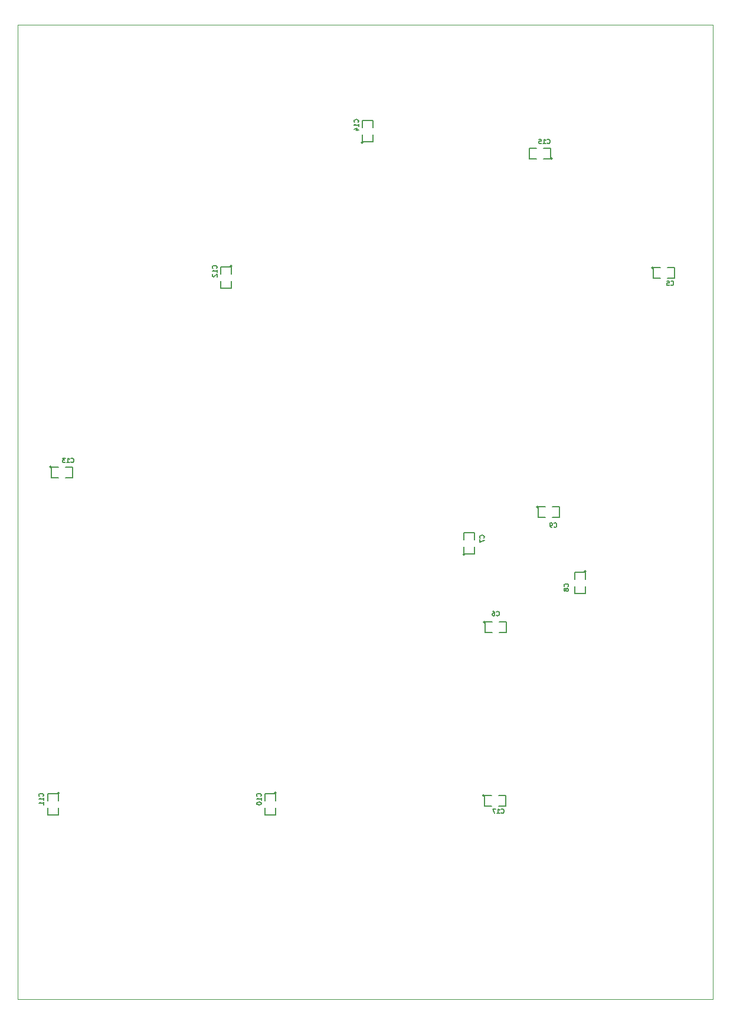
<source format=gbo>
G04 (created by PCBNEW (2013-07-07 BZR 4022)-stable) date 19/03/2022 16:48:30*
%MOIN*%
G04 Gerber Fmt 3.4, Leading zero omitted, Abs format*
%FSLAX34Y34*%
G01*
G70*
G90*
G04 APERTURE LIST*
%ADD10C,0.00590551*%
%ADD11C,0.00393701*%
%ADD12C,0.005*%
G04 APERTURE END LIST*
G54D10*
G54D11*
X39250Y55000D02*
X0Y55000D01*
X0Y0D02*
X39250Y0D01*
X0Y0D02*
X0Y55000D01*
X39250Y55000D02*
X39250Y0D01*
G54D12*
X35900Y41300D02*
G75*
G03X35900Y41300I-50J0D01*
G74*
G01*
X36300Y41300D02*
X35900Y41300D01*
X35900Y41300D02*
X35900Y40700D01*
X35900Y40700D02*
X36300Y40700D01*
X36700Y40700D02*
X37100Y40700D01*
X37100Y40700D02*
X37100Y41300D01*
X37100Y41300D02*
X36700Y41300D01*
X26400Y21300D02*
G75*
G03X26400Y21300I-50J0D01*
G74*
G01*
X26800Y21300D02*
X26400Y21300D01*
X26400Y21300D02*
X26400Y20700D01*
X26400Y20700D02*
X26800Y20700D01*
X27200Y20700D02*
X27600Y20700D01*
X27600Y20700D02*
X27600Y21300D01*
X27600Y21300D02*
X27200Y21300D01*
X25250Y25100D02*
G75*
G03X25250Y25100I-50J0D01*
G74*
G01*
X25200Y25550D02*
X25200Y25150D01*
X25200Y25150D02*
X25800Y25150D01*
X25800Y25150D02*
X25800Y25550D01*
X25800Y25950D02*
X25800Y26350D01*
X25800Y26350D02*
X25200Y26350D01*
X25200Y26350D02*
X25200Y25950D01*
X32100Y24150D02*
G75*
G03X32100Y24150I-50J0D01*
G74*
G01*
X32050Y23700D02*
X32050Y24100D01*
X32050Y24100D02*
X31450Y24100D01*
X31450Y24100D02*
X31450Y23700D01*
X31450Y23300D02*
X31450Y22900D01*
X31450Y22900D02*
X32050Y22900D01*
X32050Y22900D02*
X32050Y23300D01*
X29400Y27800D02*
G75*
G03X29400Y27800I-50J0D01*
G74*
G01*
X29800Y27800D02*
X29400Y27800D01*
X29400Y27800D02*
X29400Y27200D01*
X29400Y27200D02*
X29800Y27200D01*
X30200Y27200D02*
X30600Y27200D01*
X30600Y27200D02*
X30600Y27800D01*
X30600Y27800D02*
X30200Y27800D01*
X14600Y11650D02*
G75*
G03X14600Y11650I-50J0D01*
G74*
G01*
X14550Y11200D02*
X14550Y11600D01*
X14550Y11600D02*
X13950Y11600D01*
X13950Y11600D02*
X13950Y11200D01*
X13950Y10800D02*
X13950Y10400D01*
X13950Y10400D02*
X14550Y10400D01*
X14550Y10400D02*
X14550Y10800D01*
X2350Y11650D02*
G75*
G03X2350Y11650I-50J0D01*
G74*
G01*
X2300Y11200D02*
X2300Y11600D01*
X2300Y11600D02*
X1700Y11600D01*
X1700Y11600D02*
X1700Y11200D01*
X1700Y10800D02*
X1700Y10400D01*
X1700Y10400D02*
X2300Y10400D01*
X2300Y10400D02*
X2300Y10800D01*
X12100Y41400D02*
G75*
G03X12100Y41400I-50J0D01*
G74*
G01*
X12050Y40950D02*
X12050Y41350D01*
X12050Y41350D02*
X11450Y41350D01*
X11450Y41350D02*
X11450Y40950D01*
X11450Y40550D02*
X11450Y40150D01*
X11450Y40150D02*
X12050Y40150D01*
X12050Y40150D02*
X12050Y40550D01*
X1900Y30050D02*
G75*
G03X1900Y30050I-50J0D01*
G74*
G01*
X2300Y30050D02*
X1900Y30050D01*
X1900Y30050D02*
X1900Y29450D01*
X1900Y29450D02*
X2300Y29450D01*
X2700Y29450D02*
X3100Y29450D01*
X3100Y29450D02*
X3100Y30050D01*
X3100Y30050D02*
X2700Y30050D01*
X19500Y48350D02*
G75*
G03X19500Y48350I-50J0D01*
G74*
G01*
X19450Y48800D02*
X19450Y48400D01*
X19450Y48400D02*
X20050Y48400D01*
X20050Y48400D02*
X20050Y48800D01*
X20050Y49200D02*
X20050Y49600D01*
X20050Y49600D02*
X19450Y49600D01*
X19450Y49600D02*
X19450Y49200D01*
X30200Y47450D02*
G75*
G03X30200Y47450I-50J0D01*
G74*
G01*
X29700Y47450D02*
X30100Y47450D01*
X30100Y47450D02*
X30100Y48050D01*
X30100Y48050D02*
X29700Y48050D01*
X29300Y48050D02*
X28900Y48050D01*
X28900Y48050D02*
X28900Y47450D01*
X28900Y47450D02*
X29300Y47450D01*
X26350Y11500D02*
G75*
G03X26350Y11500I-50J0D01*
G74*
G01*
X26750Y11500D02*
X26350Y11500D01*
X26350Y11500D02*
X26350Y10900D01*
X26350Y10900D02*
X26750Y10900D01*
X27150Y10900D02*
X27550Y10900D01*
X27550Y10900D02*
X27550Y11500D01*
X27550Y11500D02*
X27150Y11500D01*
X36891Y40322D02*
X36903Y40310D01*
X36939Y40298D01*
X36963Y40298D01*
X36998Y40310D01*
X37022Y40334D01*
X37034Y40358D01*
X37046Y40405D01*
X37046Y40441D01*
X37034Y40489D01*
X37022Y40513D01*
X36998Y40536D01*
X36963Y40548D01*
X36939Y40548D01*
X36903Y40536D01*
X36891Y40525D01*
X36665Y40548D02*
X36784Y40548D01*
X36796Y40429D01*
X36784Y40441D01*
X36760Y40453D01*
X36701Y40453D01*
X36677Y40441D01*
X36665Y40429D01*
X36653Y40405D01*
X36653Y40346D01*
X36665Y40322D01*
X36677Y40310D01*
X36701Y40298D01*
X36760Y40298D01*
X36784Y40310D01*
X36796Y40322D01*
X27041Y21672D02*
X27053Y21660D01*
X27089Y21648D01*
X27113Y21648D01*
X27148Y21660D01*
X27172Y21684D01*
X27184Y21708D01*
X27196Y21755D01*
X27196Y21791D01*
X27184Y21839D01*
X27172Y21863D01*
X27148Y21886D01*
X27113Y21898D01*
X27089Y21898D01*
X27053Y21886D01*
X27041Y21875D01*
X26827Y21898D02*
X26875Y21898D01*
X26898Y21886D01*
X26910Y21875D01*
X26934Y21839D01*
X26946Y21791D01*
X26946Y21696D01*
X26934Y21672D01*
X26922Y21660D01*
X26898Y21648D01*
X26851Y21648D01*
X26827Y21660D01*
X26815Y21672D01*
X26803Y21696D01*
X26803Y21755D01*
X26815Y21779D01*
X26827Y21791D01*
X26851Y21803D01*
X26898Y21803D01*
X26922Y21791D01*
X26934Y21779D01*
X26946Y21755D01*
X26327Y26041D02*
X26339Y26053D01*
X26351Y26089D01*
X26351Y26113D01*
X26339Y26148D01*
X26315Y26172D01*
X26291Y26184D01*
X26244Y26196D01*
X26208Y26196D01*
X26160Y26184D01*
X26136Y26172D01*
X26113Y26148D01*
X26101Y26113D01*
X26101Y26089D01*
X26113Y26053D01*
X26125Y26041D01*
X26101Y25958D02*
X26101Y25791D01*
X26351Y25898D01*
X31077Y23291D02*
X31089Y23303D01*
X31101Y23339D01*
X31101Y23363D01*
X31089Y23398D01*
X31065Y23422D01*
X31041Y23434D01*
X30994Y23446D01*
X30958Y23446D01*
X30910Y23434D01*
X30886Y23422D01*
X30863Y23398D01*
X30851Y23363D01*
X30851Y23339D01*
X30863Y23303D01*
X30875Y23291D01*
X30958Y23148D02*
X30946Y23172D01*
X30934Y23184D01*
X30910Y23196D01*
X30898Y23196D01*
X30875Y23184D01*
X30863Y23172D01*
X30851Y23148D01*
X30851Y23101D01*
X30863Y23077D01*
X30875Y23065D01*
X30898Y23053D01*
X30910Y23053D01*
X30934Y23065D01*
X30946Y23077D01*
X30958Y23101D01*
X30958Y23148D01*
X30970Y23172D01*
X30982Y23184D01*
X31005Y23196D01*
X31053Y23196D01*
X31077Y23184D01*
X31089Y23172D01*
X31101Y23148D01*
X31101Y23101D01*
X31089Y23077D01*
X31077Y23065D01*
X31053Y23053D01*
X31005Y23053D01*
X30982Y23065D01*
X30970Y23077D01*
X30958Y23101D01*
X30291Y26672D02*
X30303Y26660D01*
X30339Y26648D01*
X30363Y26648D01*
X30398Y26660D01*
X30422Y26684D01*
X30434Y26708D01*
X30446Y26755D01*
X30446Y26791D01*
X30434Y26839D01*
X30422Y26863D01*
X30398Y26886D01*
X30363Y26898D01*
X30339Y26898D01*
X30303Y26886D01*
X30291Y26875D01*
X30172Y26648D02*
X30125Y26648D01*
X30101Y26660D01*
X30089Y26672D01*
X30065Y26708D01*
X30053Y26755D01*
X30053Y26851D01*
X30065Y26875D01*
X30077Y26886D01*
X30101Y26898D01*
X30148Y26898D01*
X30172Y26886D01*
X30184Y26875D01*
X30196Y26851D01*
X30196Y26791D01*
X30184Y26767D01*
X30172Y26755D01*
X30148Y26744D01*
X30101Y26744D01*
X30077Y26755D01*
X30065Y26767D01*
X30053Y26791D01*
X13727Y11460D02*
X13739Y11472D01*
X13751Y11508D01*
X13751Y11532D01*
X13739Y11567D01*
X13715Y11591D01*
X13691Y11603D01*
X13644Y11615D01*
X13608Y11615D01*
X13560Y11603D01*
X13536Y11591D01*
X13513Y11567D01*
X13501Y11532D01*
X13501Y11508D01*
X13513Y11472D01*
X13525Y11460D01*
X13751Y11222D02*
X13751Y11365D01*
X13751Y11294D02*
X13501Y11294D01*
X13536Y11317D01*
X13560Y11341D01*
X13572Y11365D01*
X13501Y11067D02*
X13501Y11044D01*
X13513Y11020D01*
X13525Y11008D01*
X13548Y10996D01*
X13596Y10984D01*
X13655Y10984D01*
X13703Y10996D01*
X13727Y11008D01*
X13739Y11020D01*
X13751Y11044D01*
X13751Y11067D01*
X13739Y11091D01*
X13727Y11103D01*
X13703Y11115D01*
X13655Y11127D01*
X13596Y11127D01*
X13548Y11115D01*
X13525Y11103D01*
X13513Y11091D01*
X13501Y11067D01*
X1427Y11460D02*
X1439Y11472D01*
X1451Y11508D01*
X1451Y11532D01*
X1439Y11567D01*
X1415Y11591D01*
X1391Y11603D01*
X1344Y11615D01*
X1308Y11615D01*
X1260Y11603D01*
X1236Y11591D01*
X1213Y11567D01*
X1201Y11532D01*
X1201Y11508D01*
X1213Y11472D01*
X1225Y11460D01*
X1451Y11222D02*
X1451Y11365D01*
X1451Y11294D02*
X1201Y11294D01*
X1236Y11317D01*
X1260Y11341D01*
X1272Y11365D01*
X1451Y10984D02*
X1451Y11127D01*
X1451Y11055D02*
X1201Y11055D01*
X1236Y11079D01*
X1260Y11103D01*
X1272Y11127D01*
X11227Y41260D02*
X11239Y41272D01*
X11251Y41308D01*
X11251Y41332D01*
X11239Y41367D01*
X11215Y41391D01*
X11191Y41403D01*
X11144Y41415D01*
X11108Y41415D01*
X11060Y41403D01*
X11036Y41391D01*
X11013Y41367D01*
X11001Y41332D01*
X11001Y41308D01*
X11013Y41272D01*
X11025Y41260D01*
X11251Y41022D02*
X11251Y41165D01*
X11251Y41094D02*
X11001Y41094D01*
X11036Y41117D01*
X11060Y41141D01*
X11072Y41165D01*
X11025Y40927D02*
X11013Y40915D01*
X11001Y40891D01*
X11001Y40832D01*
X11013Y40808D01*
X11025Y40796D01*
X11048Y40784D01*
X11072Y40784D01*
X11108Y40796D01*
X11251Y40939D01*
X11251Y40784D01*
X3010Y30322D02*
X3022Y30310D01*
X3058Y30298D01*
X3082Y30298D01*
X3117Y30310D01*
X3141Y30334D01*
X3153Y30358D01*
X3165Y30405D01*
X3165Y30441D01*
X3153Y30489D01*
X3141Y30513D01*
X3117Y30536D01*
X3082Y30548D01*
X3058Y30548D01*
X3022Y30536D01*
X3010Y30525D01*
X2772Y30298D02*
X2915Y30298D01*
X2844Y30298D02*
X2844Y30548D01*
X2867Y30513D01*
X2891Y30489D01*
X2915Y30477D01*
X2689Y30548D02*
X2534Y30548D01*
X2617Y30453D01*
X2582Y30453D01*
X2558Y30441D01*
X2546Y30429D01*
X2534Y30405D01*
X2534Y30346D01*
X2546Y30322D01*
X2558Y30310D01*
X2582Y30298D01*
X2653Y30298D01*
X2677Y30310D01*
X2689Y30322D01*
X19227Y49510D02*
X19239Y49522D01*
X19251Y49558D01*
X19251Y49582D01*
X19239Y49617D01*
X19215Y49641D01*
X19191Y49653D01*
X19144Y49665D01*
X19108Y49665D01*
X19060Y49653D01*
X19036Y49641D01*
X19013Y49617D01*
X19001Y49582D01*
X19001Y49558D01*
X19013Y49522D01*
X19025Y49510D01*
X19251Y49272D02*
X19251Y49415D01*
X19251Y49344D02*
X19001Y49344D01*
X19036Y49367D01*
X19060Y49391D01*
X19072Y49415D01*
X19084Y49058D02*
X19251Y49058D01*
X18989Y49117D02*
X19167Y49177D01*
X19167Y49022D01*
X29910Y48322D02*
X29922Y48310D01*
X29958Y48298D01*
X29982Y48298D01*
X30017Y48310D01*
X30041Y48334D01*
X30053Y48358D01*
X30065Y48405D01*
X30065Y48441D01*
X30053Y48489D01*
X30041Y48513D01*
X30017Y48536D01*
X29982Y48548D01*
X29958Y48548D01*
X29922Y48536D01*
X29910Y48525D01*
X29672Y48298D02*
X29815Y48298D01*
X29744Y48298D02*
X29744Y48548D01*
X29767Y48513D01*
X29791Y48489D01*
X29815Y48477D01*
X29446Y48548D02*
X29565Y48548D01*
X29577Y48429D01*
X29565Y48441D01*
X29541Y48453D01*
X29482Y48453D01*
X29458Y48441D01*
X29446Y48429D01*
X29434Y48405D01*
X29434Y48346D01*
X29446Y48322D01*
X29458Y48310D01*
X29482Y48298D01*
X29541Y48298D01*
X29565Y48310D01*
X29577Y48322D01*
X27310Y10522D02*
X27322Y10510D01*
X27358Y10498D01*
X27382Y10498D01*
X27417Y10510D01*
X27441Y10534D01*
X27453Y10558D01*
X27465Y10605D01*
X27465Y10641D01*
X27453Y10689D01*
X27441Y10713D01*
X27417Y10736D01*
X27382Y10748D01*
X27358Y10748D01*
X27322Y10736D01*
X27310Y10725D01*
X27072Y10498D02*
X27215Y10498D01*
X27144Y10498D02*
X27144Y10748D01*
X27167Y10713D01*
X27191Y10689D01*
X27215Y10677D01*
X26989Y10748D02*
X26822Y10748D01*
X26929Y10498D01*
M02*

</source>
